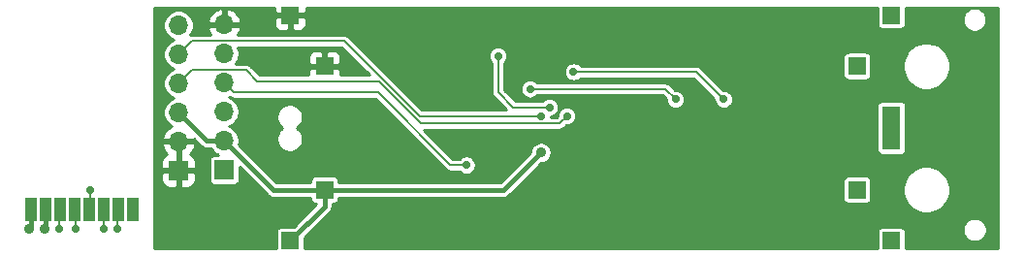
<source format=gbr>
G04 #@! TF.GenerationSoftware,KiCad,Pcbnew,5.1.5+dfsg1-2build2*
G04 #@! TF.CreationDate,2021-03-15T11:47:18+01:00*
G04 #@! TF.ProjectId,soil-moisture-sensor,736f696c-2d6d-46f6-9973-747572652d73,1.0*
G04 #@! TF.SameCoordinates,Original*
G04 #@! TF.FileFunction,Copper,L1,Top*
G04 #@! TF.FilePolarity,Positive*
%FSLAX46Y46*%
G04 Gerber Fmt 4.6, Leading zero omitted, Abs format (unit mm)*
G04 Created by KiCad (PCBNEW 5.1.5+dfsg1-2build2) date 2021-03-15 11:47:18*
%MOMM*%
%LPD*%
G04 APERTURE LIST*
%ADD10R,1.524000X1.524000*%
%ADD11R,1.600000X1.900000*%
%ADD12R,1.000000X2.000000*%
%ADD13O,1.700000X1.700000*%
%ADD14R,1.700000X1.700000*%
%ADD15C,0.900000*%
%ADD16C,0.700000*%
%ADD17C,0.400000*%
%ADD18C,0.150000*%
%ADD19C,0.254000*%
G04 APERTURE END LIST*
D10*
X139550000Y-108800000D03*
D11*
X142550000Y-113250000D03*
D10*
X93050000Y-108800000D03*
X142550000Y-104350000D03*
X90050000Y-104350000D03*
D11*
X142550000Y-115150000D03*
D10*
X90050000Y-124050000D03*
X93050000Y-119600000D03*
X142550000Y-124050000D03*
X139550000Y-119600000D03*
D12*
X76290000Y-121300000D03*
X75020000Y-121300000D03*
X73750000Y-121300000D03*
X72480000Y-121300000D03*
X71210000Y-121300000D03*
X69940000Y-121300000D03*
X68670000Y-121300000D03*
X67400000Y-121300000D03*
D13*
X84300000Y-105180000D03*
X84300000Y-107720000D03*
X84300000Y-110260000D03*
X84300000Y-112800000D03*
X84300000Y-115340000D03*
D14*
X84300000Y-117880000D03*
D13*
X80300000Y-105230000D03*
X80300000Y-107770000D03*
X80300000Y-110310000D03*
X80300000Y-112850000D03*
X80300000Y-115390000D03*
D14*
X80300000Y-117930000D03*
D15*
X119900000Y-112500000D03*
X100800000Y-109900000D03*
X100000000Y-104800000D03*
X93900000Y-105000000D03*
X89800000Y-108800000D03*
X87900000Y-115800000D03*
X107600000Y-122500000D03*
X81100000Y-121800000D03*
X88600000Y-120600000D03*
X95900000Y-116100000D03*
X68600000Y-123000000D03*
X119000000Y-117600000D03*
X120000000Y-122900000D03*
X128100000Y-122800000D03*
X132100000Y-119300000D03*
X134700000Y-123000000D03*
X139100000Y-122800000D03*
X130300000Y-115600000D03*
X138400000Y-112100000D03*
X131600000Y-110200000D03*
X138200000Y-105600000D03*
X130900000Y-105200000D03*
X120400000Y-104400000D03*
X113700000Y-105700000D03*
X109700000Y-105400000D03*
X109600000Y-115600000D03*
X113200000Y-115200000D03*
X124000000Y-122000000D03*
D16*
X111000000Y-110800000D03*
X123700000Y-111700000D03*
X75000000Y-123000000D03*
X72630000Y-119610000D03*
X73800000Y-123000000D03*
X105435787Y-117435787D03*
X108200000Y-107900000D03*
X112700000Y-112400000D03*
X69900000Y-123000000D03*
X71300000Y-123000000D03*
X114210000Y-113150000D03*
X111950000Y-113190000D03*
D15*
X67300000Y-123000000D03*
X111951472Y-116348528D03*
D16*
X114800000Y-109300000D03*
X127900000Y-111700000D03*
D17*
X68670000Y-122930000D02*
X68600000Y-123000000D01*
X68670000Y-121300000D02*
X68670000Y-122930000D01*
D18*
X122800000Y-110800000D02*
X123700000Y-111700000D01*
X111000000Y-110800000D02*
X122800000Y-110800000D01*
X75020000Y-122980000D02*
X75000000Y-123000000D01*
X75000000Y-121320000D02*
X75020000Y-121300000D01*
X75000000Y-123000000D02*
X75000000Y-121320000D01*
X72630000Y-121150000D02*
X72480000Y-121300000D01*
X72630000Y-119610000D02*
X72630000Y-121150000D01*
X73750000Y-122950000D02*
X73800000Y-123000000D01*
X73800000Y-121350000D02*
X73750000Y-121300000D01*
X73800000Y-123000000D02*
X73800000Y-121350000D01*
X105435787Y-117435787D02*
X104045787Y-117435787D01*
X85149999Y-111109999D02*
X84300000Y-110260000D01*
X97719999Y-111109999D02*
X85149999Y-111109999D01*
X104045787Y-117435787D02*
X97719999Y-111109999D01*
X112700000Y-112400000D02*
X109500000Y-112400000D01*
X108200000Y-111100000D02*
X108200000Y-107900000D01*
X109500000Y-112400000D02*
X108200000Y-111100000D01*
X69940000Y-122960000D02*
X69900000Y-123000000D01*
X69900000Y-121340000D02*
X69940000Y-121300000D01*
X69900000Y-123000000D02*
X69900000Y-121340000D01*
X71210000Y-122910000D02*
X71300000Y-123000000D01*
X71300000Y-121390000D02*
X71210000Y-121300000D01*
X71300000Y-123000000D02*
X71300000Y-121390000D01*
X113544999Y-113815001D02*
X101480013Y-113815001D01*
X114210000Y-113150000D02*
X113544999Y-113815001D01*
X101480013Y-113815001D02*
X97785012Y-110120000D01*
X97785012Y-110120000D02*
X87180000Y-110120000D01*
X81475001Y-109134999D02*
X80300000Y-110310000D01*
X86194999Y-109134999D02*
X81475001Y-109134999D01*
X87180000Y-110120000D02*
X86194999Y-109134999D01*
X81475001Y-106594999D02*
X80300000Y-107770000D01*
X94754999Y-106594999D02*
X81475001Y-106594999D01*
X101350000Y-113190000D02*
X94754999Y-106594999D01*
X111950000Y-113190000D02*
X101350000Y-113190000D01*
D17*
X108700000Y-119600000D02*
X111951472Y-116348528D01*
X93050000Y-119600000D02*
X108700000Y-119600000D01*
X93050000Y-121050000D02*
X90050000Y-124050000D01*
X93050000Y-119600000D02*
X93050000Y-121050000D01*
X67400000Y-122900000D02*
X67300000Y-123000000D01*
X67400000Y-121300000D02*
X67400000Y-122900000D01*
X88560000Y-119600000D02*
X84300000Y-115340000D01*
X93050000Y-119600000D02*
X88560000Y-119600000D01*
X82790000Y-115340000D02*
X80300000Y-112850000D01*
X84300000Y-115340000D02*
X82790000Y-115340000D01*
D18*
X125500000Y-109300000D02*
X127900000Y-111700000D01*
X114800000Y-109300000D02*
X125500000Y-109300000D01*
D19*
G36*
X88653000Y-104064250D02*
G01*
X88811750Y-104223000D01*
X89923000Y-104223000D01*
X89923000Y-104203000D01*
X90177000Y-104203000D01*
X90177000Y-104223000D01*
X91288250Y-104223000D01*
X91447000Y-104064250D01*
X91449498Y-103676999D01*
X141308693Y-103677000D01*
X141308693Y-105112000D01*
X141317903Y-105205508D01*
X141345178Y-105295423D01*
X141389471Y-105378289D01*
X141449079Y-105450921D01*
X141521711Y-105510529D01*
X141604577Y-105554822D01*
X141694492Y-105582097D01*
X141788000Y-105591307D01*
X143312000Y-105591307D01*
X143405508Y-105582097D01*
X143495423Y-105554822D01*
X143578289Y-105510529D01*
X143650921Y-105450921D01*
X143710529Y-105378289D01*
X143754822Y-105295423D01*
X143782097Y-105205508D01*
X143791307Y-105112000D01*
X143791307Y-104656289D01*
X148757000Y-104656289D01*
X148757000Y-104863711D01*
X148797466Y-105067149D01*
X148876844Y-105258783D01*
X148992082Y-105431248D01*
X149138752Y-105577918D01*
X149311217Y-105693156D01*
X149502851Y-105772534D01*
X149706289Y-105813000D01*
X149913711Y-105813000D01*
X150117149Y-105772534D01*
X150308783Y-105693156D01*
X150481248Y-105577918D01*
X150627918Y-105431248D01*
X150743156Y-105258783D01*
X150822534Y-105067149D01*
X150863000Y-104863711D01*
X150863000Y-104656289D01*
X150822534Y-104452851D01*
X150743156Y-104261217D01*
X150627918Y-104088752D01*
X150481248Y-103942082D01*
X150308783Y-103826844D01*
X150117149Y-103747466D01*
X149913711Y-103707000D01*
X149706289Y-103707000D01*
X149502851Y-103747466D01*
X149311217Y-103826844D01*
X149138752Y-103942082D01*
X148992082Y-104088752D01*
X148876844Y-104261217D01*
X148797466Y-104452851D01*
X148757000Y-104656289D01*
X143791307Y-104656289D01*
X143791307Y-103677000D01*
X151873000Y-103677000D01*
X151873000Y-124723000D01*
X143791307Y-124723000D01*
X143791307Y-123288000D01*
X143782097Y-123194492D01*
X143754822Y-123104577D01*
X143710529Y-123021711D01*
X143689666Y-122996289D01*
X148787000Y-122996289D01*
X148787000Y-123203711D01*
X148827466Y-123407149D01*
X148906844Y-123598783D01*
X149022082Y-123771248D01*
X149168752Y-123917918D01*
X149341217Y-124033156D01*
X149532851Y-124112534D01*
X149736289Y-124153000D01*
X149943711Y-124153000D01*
X150147149Y-124112534D01*
X150338783Y-124033156D01*
X150511248Y-123917918D01*
X150657918Y-123771248D01*
X150773156Y-123598783D01*
X150852534Y-123407149D01*
X150893000Y-123203711D01*
X150893000Y-122996289D01*
X150852534Y-122792851D01*
X150773156Y-122601217D01*
X150657918Y-122428752D01*
X150511248Y-122282082D01*
X150338783Y-122166844D01*
X150147149Y-122087466D01*
X149943711Y-122047000D01*
X149736289Y-122047000D01*
X149532851Y-122087466D01*
X149341217Y-122166844D01*
X149168752Y-122282082D01*
X149022082Y-122428752D01*
X148906844Y-122601217D01*
X148827466Y-122792851D01*
X148787000Y-122996289D01*
X143689666Y-122996289D01*
X143650921Y-122949079D01*
X143578289Y-122889471D01*
X143495423Y-122845178D01*
X143405508Y-122817903D01*
X143312000Y-122808693D01*
X141788000Y-122808693D01*
X141694492Y-122817903D01*
X141604577Y-122845178D01*
X141521711Y-122889471D01*
X141449079Y-122949079D01*
X141389471Y-123021711D01*
X141345178Y-123104577D01*
X141317903Y-123194492D01*
X141308693Y-123288000D01*
X141308693Y-124723000D01*
X91291307Y-124723000D01*
X91291307Y-123766115D01*
X93505201Y-121552222D01*
X93531027Y-121531027D01*
X93557960Y-121498210D01*
X93615628Y-121427941D01*
X93678492Y-121310330D01*
X93717204Y-121182715D01*
X93730275Y-121050000D01*
X93727000Y-121016748D01*
X93727000Y-120841307D01*
X93812000Y-120841307D01*
X93905508Y-120832097D01*
X93995423Y-120804822D01*
X94078289Y-120760529D01*
X94150921Y-120700921D01*
X94210529Y-120628289D01*
X94254822Y-120545423D01*
X94282097Y-120455508D01*
X94291307Y-120362000D01*
X94291307Y-120277000D01*
X108666755Y-120277000D01*
X108700000Y-120280274D01*
X108733245Y-120277000D01*
X108733252Y-120277000D01*
X108832715Y-120267204D01*
X108960330Y-120228492D01*
X109077941Y-120165628D01*
X109181027Y-120081027D01*
X109202226Y-120055196D01*
X110419422Y-118838000D01*
X138308693Y-118838000D01*
X138308693Y-120362000D01*
X138317903Y-120455508D01*
X138345178Y-120545423D01*
X138389471Y-120628289D01*
X138449079Y-120700921D01*
X138521711Y-120760529D01*
X138604577Y-120804822D01*
X138694492Y-120832097D01*
X138788000Y-120841307D01*
X140312000Y-120841307D01*
X140405508Y-120832097D01*
X140495423Y-120804822D01*
X140578289Y-120760529D01*
X140650921Y-120700921D01*
X140710529Y-120628289D01*
X140754822Y-120545423D01*
X140782097Y-120455508D01*
X140791307Y-120362000D01*
X140791307Y-119395433D01*
X143523000Y-119395433D01*
X143523000Y-119804567D01*
X143602818Y-120205839D01*
X143759386Y-120583829D01*
X143986689Y-120924011D01*
X144275989Y-121213311D01*
X144616171Y-121440614D01*
X144994161Y-121597182D01*
X145395433Y-121677000D01*
X145804567Y-121677000D01*
X146205839Y-121597182D01*
X146583829Y-121440614D01*
X146924011Y-121213311D01*
X147213311Y-120924011D01*
X147440614Y-120583829D01*
X147597182Y-120205839D01*
X147677000Y-119804567D01*
X147677000Y-119395433D01*
X147597182Y-118994161D01*
X147440614Y-118616171D01*
X147213311Y-118275989D01*
X146924011Y-117986689D01*
X146583829Y-117759386D01*
X146205839Y-117602818D01*
X145804567Y-117523000D01*
X145395433Y-117523000D01*
X144994161Y-117602818D01*
X144616171Y-117759386D01*
X144275989Y-117986689D01*
X143986689Y-118275989D01*
X143759386Y-118616171D01*
X143602818Y-118994161D01*
X143523000Y-119395433D01*
X140791307Y-119395433D01*
X140791307Y-118838000D01*
X140782097Y-118744492D01*
X140754822Y-118654577D01*
X140710529Y-118571711D01*
X140650921Y-118499079D01*
X140578289Y-118439471D01*
X140495423Y-118395178D01*
X140405508Y-118367903D01*
X140312000Y-118358693D01*
X138788000Y-118358693D01*
X138694492Y-118367903D01*
X138604577Y-118395178D01*
X138521711Y-118439471D01*
X138449079Y-118499079D01*
X138389471Y-118571711D01*
X138345178Y-118654577D01*
X138317903Y-118744492D01*
X138308693Y-118838000D01*
X110419422Y-118838000D01*
X111981895Y-117275528D01*
X112042773Y-117275528D01*
X112221868Y-117239904D01*
X112390571Y-117170024D01*
X112542400Y-117068576D01*
X112671520Y-116939456D01*
X112772968Y-116787627D01*
X112842848Y-116618924D01*
X112878472Y-116439829D01*
X112878472Y-116257227D01*
X112842848Y-116078132D01*
X112772968Y-115909429D01*
X112671520Y-115757600D01*
X112542400Y-115628480D01*
X112390571Y-115527032D01*
X112221868Y-115457152D01*
X112042773Y-115421528D01*
X111860171Y-115421528D01*
X111681076Y-115457152D01*
X111512373Y-115527032D01*
X111360544Y-115628480D01*
X111231424Y-115757600D01*
X111129976Y-115909429D01*
X111060096Y-116078132D01*
X111024472Y-116257227D01*
X111024472Y-116318105D01*
X108419578Y-118923000D01*
X94291307Y-118923000D01*
X94291307Y-118838000D01*
X94282097Y-118744492D01*
X94254822Y-118654577D01*
X94210529Y-118571711D01*
X94150921Y-118499079D01*
X94078289Y-118439471D01*
X93995423Y-118395178D01*
X93905508Y-118367903D01*
X93812000Y-118358693D01*
X92288000Y-118358693D01*
X92194492Y-118367903D01*
X92104577Y-118395178D01*
X92021711Y-118439471D01*
X91949079Y-118499079D01*
X91889471Y-118571711D01*
X91845178Y-118654577D01*
X91817903Y-118744492D01*
X91808693Y-118838000D01*
X91808693Y-118923000D01*
X88840423Y-118923000D01*
X85587367Y-115669945D01*
X85627000Y-115470698D01*
X85627000Y-115209302D01*
X85576004Y-114952928D01*
X85475972Y-114711430D01*
X85330748Y-114494087D01*
X85145913Y-114309252D01*
X84928570Y-114164028D01*
X84701567Y-114070000D01*
X84928570Y-113975972D01*
X85145913Y-113830748D01*
X85330748Y-113645913D01*
X85475972Y-113428570D01*
X85576004Y-113187072D01*
X85586055Y-113136538D01*
X88858000Y-113136538D01*
X88858000Y-113363462D01*
X88902271Y-113586026D01*
X88989111Y-113795677D01*
X89115183Y-113984357D01*
X89275643Y-114144817D01*
X89358230Y-114200000D01*
X89275643Y-114255183D01*
X89115183Y-114415643D01*
X88989111Y-114604323D01*
X88902271Y-114813974D01*
X88858000Y-115036538D01*
X88858000Y-115263462D01*
X88902271Y-115486026D01*
X88989111Y-115695677D01*
X89115183Y-115884357D01*
X89275643Y-116044817D01*
X89464323Y-116170889D01*
X89673974Y-116257729D01*
X89896538Y-116302000D01*
X90123462Y-116302000D01*
X90346026Y-116257729D01*
X90555677Y-116170889D01*
X90744357Y-116044817D01*
X90904817Y-115884357D01*
X91030889Y-115695677D01*
X91117729Y-115486026D01*
X91162000Y-115263462D01*
X91162000Y-115036538D01*
X91117729Y-114813974D01*
X91030889Y-114604323D01*
X90904817Y-114415643D01*
X90744357Y-114255183D01*
X90661770Y-114200000D01*
X90744357Y-114144817D01*
X90904817Y-113984357D01*
X91030889Y-113795677D01*
X91117729Y-113586026D01*
X91162000Y-113363462D01*
X91162000Y-113136538D01*
X91117729Y-112913974D01*
X91030889Y-112704323D01*
X90904817Y-112515643D01*
X90744357Y-112355183D01*
X90555677Y-112229111D01*
X90346026Y-112142271D01*
X90123462Y-112098000D01*
X89896538Y-112098000D01*
X89673974Y-112142271D01*
X89464323Y-112229111D01*
X89275643Y-112355183D01*
X89115183Y-112515643D01*
X88989111Y-112704323D01*
X88902271Y-112913974D01*
X88858000Y-113136538D01*
X85586055Y-113136538D01*
X85627000Y-112930698D01*
X85627000Y-112669302D01*
X85576004Y-112412928D01*
X85475972Y-112171430D01*
X85330748Y-111954087D01*
X85145913Y-111769252D01*
X84928570Y-111624028D01*
X84701567Y-111530000D01*
X84761434Y-111505202D01*
X84841841Y-111571190D01*
X84937736Y-111622447D01*
X85041788Y-111654011D01*
X85122890Y-111661999D01*
X85122892Y-111661999D01*
X85149998Y-111664669D01*
X85177104Y-111661999D01*
X97491355Y-111661999D01*
X103636295Y-117806941D01*
X103653576Y-117827998D01*
X103737629Y-117896978D01*
X103833524Y-117948235D01*
X103937576Y-117979799D01*
X104018678Y-117987787D01*
X104018688Y-117987787D01*
X104045786Y-117990456D01*
X104072884Y-117987787D01*
X104818234Y-117987787D01*
X104908606Y-118078159D01*
X105044056Y-118168664D01*
X105194560Y-118231005D01*
X105354335Y-118262787D01*
X105517239Y-118262787D01*
X105677014Y-118231005D01*
X105827518Y-118168664D01*
X105962968Y-118078159D01*
X106078159Y-117962968D01*
X106168664Y-117827518D01*
X106231005Y-117677014D01*
X106262787Y-117517239D01*
X106262787Y-117354335D01*
X106231005Y-117194560D01*
X106168664Y-117044056D01*
X106078159Y-116908606D01*
X105962968Y-116793415D01*
X105827518Y-116702910D01*
X105677014Y-116640569D01*
X105517239Y-116608787D01*
X105354335Y-116608787D01*
X105194560Y-116640569D01*
X105044056Y-116702910D01*
X104908606Y-116793415D01*
X104818234Y-116883787D01*
X104274433Y-116883787D01*
X101757646Y-114367001D01*
X113517893Y-114367001D01*
X113544999Y-114369671D01*
X113572105Y-114367001D01*
X113572108Y-114367001D01*
X113653210Y-114359013D01*
X113757262Y-114327449D01*
X113853157Y-114276192D01*
X113937210Y-114207212D01*
X113954499Y-114186145D01*
X114163645Y-113977000D01*
X114291452Y-113977000D01*
X114451227Y-113945218D01*
X114601731Y-113882877D01*
X114737181Y-113792372D01*
X114852372Y-113677181D01*
X114942877Y-113541731D01*
X115005218Y-113391227D01*
X115037000Y-113231452D01*
X115037000Y-113068548D01*
X115005218Y-112908773D01*
X114942877Y-112758269D01*
X114852372Y-112622819D01*
X114737181Y-112507628D01*
X114601731Y-112417123D01*
X114451227Y-112354782D01*
X114291452Y-112323000D01*
X114128548Y-112323000D01*
X113968773Y-112354782D01*
X113818269Y-112417123D01*
X113682819Y-112507628D01*
X113567628Y-112622819D01*
X113477123Y-112758269D01*
X113414782Y-112908773D01*
X113383000Y-113068548D01*
X113383000Y-113196355D01*
X113316354Y-113263001D01*
X112777000Y-113263001D01*
X112777000Y-113227000D01*
X112781452Y-113227000D01*
X112941227Y-113195218D01*
X113091731Y-113132877D01*
X113227181Y-113042372D01*
X113342372Y-112927181D01*
X113432877Y-112791731D01*
X113495218Y-112641227D01*
X113527000Y-112481452D01*
X113527000Y-112318548D01*
X113495218Y-112158773D01*
X113432877Y-112008269D01*
X113342372Y-111872819D01*
X113227181Y-111757628D01*
X113091731Y-111667123D01*
X112941227Y-111604782D01*
X112781452Y-111573000D01*
X112618548Y-111573000D01*
X112458773Y-111604782D01*
X112308269Y-111667123D01*
X112172819Y-111757628D01*
X112082447Y-111848000D01*
X109728646Y-111848000D01*
X108752000Y-110871356D01*
X108752000Y-110718548D01*
X110173000Y-110718548D01*
X110173000Y-110881452D01*
X110204782Y-111041227D01*
X110267123Y-111191731D01*
X110357628Y-111327181D01*
X110472819Y-111442372D01*
X110608269Y-111532877D01*
X110758773Y-111595218D01*
X110918548Y-111627000D01*
X111081452Y-111627000D01*
X111241227Y-111595218D01*
X111391731Y-111532877D01*
X111527181Y-111442372D01*
X111617553Y-111352000D01*
X122571356Y-111352000D01*
X122873000Y-111653645D01*
X122873000Y-111781452D01*
X122904782Y-111941227D01*
X122967123Y-112091731D01*
X123057628Y-112227181D01*
X123172819Y-112342372D01*
X123308269Y-112432877D01*
X123458773Y-112495218D01*
X123618548Y-112527000D01*
X123781452Y-112527000D01*
X123941227Y-112495218D01*
X124091731Y-112432877D01*
X124227181Y-112342372D01*
X124342372Y-112227181D01*
X124432877Y-112091731D01*
X124495218Y-111941227D01*
X124527000Y-111781452D01*
X124527000Y-111618548D01*
X124495218Y-111458773D01*
X124432877Y-111308269D01*
X124342372Y-111172819D01*
X124227181Y-111057628D01*
X124091731Y-110967123D01*
X123941227Y-110904782D01*
X123781452Y-110873000D01*
X123653645Y-110873000D01*
X123209500Y-110428856D01*
X123192211Y-110407789D01*
X123108158Y-110338809D01*
X123012263Y-110287552D01*
X122908211Y-110255988D01*
X122827109Y-110248000D01*
X122827106Y-110248000D01*
X122800000Y-110245330D01*
X122772894Y-110248000D01*
X111617553Y-110248000D01*
X111527181Y-110157628D01*
X111391731Y-110067123D01*
X111241227Y-110004782D01*
X111081452Y-109973000D01*
X110918548Y-109973000D01*
X110758773Y-110004782D01*
X110608269Y-110067123D01*
X110472819Y-110157628D01*
X110357628Y-110272819D01*
X110267123Y-110408269D01*
X110204782Y-110558773D01*
X110173000Y-110718548D01*
X108752000Y-110718548D01*
X108752000Y-109218548D01*
X113973000Y-109218548D01*
X113973000Y-109381452D01*
X114004782Y-109541227D01*
X114067123Y-109691731D01*
X114157628Y-109827181D01*
X114272819Y-109942372D01*
X114408269Y-110032877D01*
X114558773Y-110095218D01*
X114718548Y-110127000D01*
X114881452Y-110127000D01*
X115041227Y-110095218D01*
X115191731Y-110032877D01*
X115327181Y-109942372D01*
X115417553Y-109852000D01*
X125271356Y-109852000D01*
X127073000Y-111653646D01*
X127073000Y-111781452D01*
X127104782Y-111941227D01*
X127167123Y-112091731D01*
X127257628Y-112227181D01*
X127372819Y-112342372D01*
X127508269Y-112432877D01*
X127658773Y-112495218D01*
X127818548Y-112527000D01*
X127981452Y-112527000D01*
X128141227Y-112495218D01*
X128291731Y-112432877D01*
X128427181Y-112342372D01*
X128469553Y-112300000D01*
X141270693Y-112300000D01*
X141270693Y-116100000D01*
X141279903Y-116193508D01*
X141307178Y-116283423D01*
X141351471Y-116366289D01*
X141411079Y-116438921D01*
X141483711Y-116498529D01*
X141566577Y-116542822D01*
X141656492Y-116570097D01*
X141750000Y-116579307D01*
X143350000Y-116579307D01*
X143443508Y-116570097D01*
X143533423Y-116542822D01*
X143616289Y-116498529D01*
X143688921Y-116438921D01*
X143748529Y-116366289D01*
X143792822Y-116283423D01*
X143820097Y-116193508D01*
X143829307Y-116100000D01*
X143829307Y-112300000D01*
X143820097Y-112206492D01*
X143792822Y-112116577D01*
X143748529Y-112033711D01*
X143688921Y-111961079D01*
X143616289Y-111901471D01*
X143533423Y-111857178D01*
X143443508Y-111829903D01*
X143350000Y-111820693D01*
X141750000Y-111820693D01*
X141656492Y-111829903D01*
X141566577Y-111857178D01*
X141483711Y-111901471D01*
X141411079Y-111961079D01*
X141351471Y-112033711D01*
X141307178Y-112116577D01*
X141279903Y-112206492D01*
X141270693Y-112300000D01*
X128469553Y-112300000D01*
X128542372Y-112227181D01*
X128632877Y-112091731D01*
X128695218Y-111941227D01*
X128727000Y-111781452D01*
X128727000Y-111618548D01*
X128695218Y-111458773D01*
X128632877Y-111308269D01*
X128542372Y-111172819D01*
X128427181Y-111057628D01*
X128291731Y-110967123D01*
X128141227Y-110904782D01*
X127981452Y-110873000D01*
X127853646Y-110873000D01*
X125909500Y-108928856D01*
X125892211Y-108907789D01*
X125808158Y-108838809D01*
X125712263Y-108787552D01*
X125608211Y-108755988D01*
X125527109Y-108748000D01*
X125527106Y-108748000D01*
X125500000Y-108745330D01*
X125472894Y-108748000D01*
X115417553Y-108748000D01*
X115327181Y-108657628D01*
X115191731Y-108567123D01*
X115041227Y-108504782D01*
X114881452Y-108473000D01*
X114718548Y-108473000D01*
X114558773Y-108504782D01*
X114408269Y-108567123D01*
X114272819Y-108657628D01*
X114157628Y-108772819D01*
X114067123Y-108908269D01*
X114004782Y-109058773D01*
X113973000Y-109218548D01*
X108752000Y-109218548D01*
X108752000Y-108517553D01*
X108842372Y-108427181D01*
X108932877Y-108291731D01*
X108995218Y-108141227D01*
X109015751Y-108038000D01*
X138308693Y-108038000D01*
X138308693Y-109562000D01*
X138317903Y-109655508D01*
X138345178Y-109745423D01*
X138389471Y-109828289D01*
X138449079Y-109900921D01*
X138521711Y-109960529D01*
X138604577Y-110004822D01*
X138694492Y-110032097D01*
X138788000Y-110041307D01*
X140312000Y-110041307D01*
X140405508Y-110032097D01*
X140495423Y-110004822D01*
X140578289Y-109960529D01*
X140650921Y-109900921D01*
X140710529Y-109828289D01*
X140754822Y-109745423D01*
X140782097Y-109655508D01*
X140791307Y-109562000D01*
X140791307Y-108595433D01*
X143523000Y-108595433D01*
X143523000Y-109004567D01*
X143602818Y-109405839D01*
X143759386Y-109783829D01*
X143986689Y-110124011D01*
X144275989Y-110413311D01*
X144616171Y-110640614D01*
X144994161Y-110797182D01*
X145395433Y-110877000D01*
X145804567Y-110877000D01*
X146205839Y-110797182D01*
X146583829Y-110640614D01*
X146924011Y-110413311D01*
X147213311Y-110124011D01*
X147440614Y-109783829D01*
X147597182Y-109405839D01*
X147677000Y-109004567D01*
X147677000Y-108595433D01*
X147597182Y-108194161D01*
X147440614Y-107816171D01*
X147213311Y-107475989D01*
X146924011Y-107186689D01*
X146583829Y-106959386D01*
X146205839Y-106802818D01*
X145804567Y-106723000D01*
X145395433Y-106723000D01*
X144994161Y-106802818D01*
X144616171Y-106959386D01*
X144275989Y-107186689D01*
X143986689Y-107475989D01*
X143759386Y-107816171D01*
X143602818Y-108194161D01*
X143523000Y-108595433D01*
X140791307Y-108595433D01*
X140791307Y-108038000D01*
X140782097Y-107944492D01*
X140754822Y-107854577D01*
X140710529Y-107771711D01*
X140650921Y-107699079D01*
X140578289Y-107639471D01*
X140495423Y-107595178D01*
X140405508Y-107567903D01*
X140312000Y-107558693D01*
X138788000Y-107558693D01*
X138694492Y-107567903D01*
X138604577Y-107595178D01*
X138521711Y-107639471D01*
X138449079Y-107699079D01*
X138389471Y-107771711D01*
X138345178Y-107854577D01*
X138317903Y-107944492D01*
X138308693Y-108038000D01*
X109015751Y-108038000D01*
X109027000Y-107981452D01*
X109027000Y-107818548D01*
X108995218Y-107658773D01*
X108932877Y-107508269D01*
X108842372Y-107372819D01*
X108727181Y-107257628D01*
X108591731Y-107167123D01*
X108441227Y-107104782D01*
X108281452Y-107073000D01*
X108118548Y-107073000D01*
X107958773Y-107104782D01*
X107808269Y-107167123D01*
X107672819Y-107257628D01*
X107557628Y-107372819D01*
X107467123Y-107508269D01*
X107404782Y-107658773D01*
X107373000Y-107818548D01*
X107373000Y-107981452D01*
X107404782Y-108141227D01*
X107467123Y-108291731D01*
X107557628Y-108427181D01*
X107648001Y-108517554D01*
X107648000Y-111072894D01*
X107645330Y-111100000D01*
X107648000Y-111127106D01*
X107648000Y-111127108D01*
X107655988Y-111208210D01*
X107687552Y-111312262D01*
X107738809Y-111408158D01*
X107807789Y-111492211D01*
X107828856Y-111509500D01*
X108957354Y-112638000D01*
X101578646Y-112638000D01*
X95164500Y-106223856D01*
X95147210Y-106202788D01*
X95063157Y-106133808D01*
X94967262Y-106082551D01*
X94863210Y-106050987D01*
X94782108Y-106042999D01*
X94782105Y-106042999D01*
X94754999Y-106040329D01*
X94727893Y-106042999D01*
X85499977Y-106042999D01*
X85571641Y-105946920D01*
X85696825Y-105684099D01*
X85741476Y-105536890D01*
X85620155Y-105307000D01*
X84427000Y-105307000D01*
X84427000Y-105327000D01*
X84173000Y-105327000D01*
X84173000Y-105307000D01*
X82979845Y-105307000D01*
X82858524Y-105536890D01*
X82903175Y-105684099D01*
X83028359Y-105946920D01*
X83100023Y-106042999D01*
X81502098Y-106042999D01*
X81475000Y-106040330D01*
X81447902Y-106042999D01*
X81447892Y-106042999D01*
X81366790Y-106050987D01*
X81342474Y-106058363D01*
X81475972Y-105858570D01*
X81576004Y-105617072D01*
X81627000Y-105360698D01*
X81627000Y-105112000D01*
X88649928Y-105112000D01*
X88662188Y-105236482D01*
X88698498Y-105356180D01*
X88757463Y-105466494D01*
X88836815Y-105563185D01*
X88933506Y-105642537D01*
X89043820Y-105701502D01*
X89163518Y-105737812D01*
X89288000Y-105750072D01*
X89764250Y-105747000D01*
X89923000Y-105588250D01*
X89923000Y-104477000D01*
X90177000Y-104477000D01*
X90177000Y-105588250D01*
X90335750Y-105747000D01*
X90812000Y-105750072D01*
X90936482Y-105737812D01*
X91056180Y-105701502D01*
X91166494Y-105642537D01*
X91263185Y-105563185D01*
X91342537Y-105466494D01*
X91401502Y-105356180D01*
X91437812Y-105236482D01*
X91450072Y-105112000D01*
X91447000Y-104635750D01*
X91288250Y-104477000D01*
X90177000Y-104477000D01*
X89923000Y-104477000D01*
X88811750Y-104477000D01*
X88653000Y-104635750D01*
X88649928Y-105112000D01*
X81627000Y-105112000D01*
X81627000Y-105099302D01*
X81576004Y-104842928D01*
X81567796Y-104823110D01*
X82858524Y-104823110D01*
X82979845Y-105053000D01*
X84173000Y-105053000D01*
X84173000Y-103859186D01*
X84427000Y-103859186D01*
X84427000Y-105053000D01*
X85620155Y-105053000D01*
X85741476Y-104823110D01*
X85696825Y-104675901D01*
X85571641Y-104413080D01*
X85397588Y-104179731D01*
X85181355Y-103984822D01*
X84931252Y-103835843D01*
X84656891Y-103738519D01*
X84427000Y-103859186D01*
X84173000Y-103859186D01*
X83943109Y-103738519D01*
X83668748Y-103835843D01*
X83418645Y-103984822D01*
X83202412Y-104179731D01*
X83028359Y-104413080D01*
X82903175Y-104675901D01*
X82858524Y-104823110D01*
X81567796Y-104823110D01*
X81475972Y-104601430D01*
X81330748Y-104384087D01*
X81145913Y-104199252D01*
X80928570Y-104054028D01*
X80687072Y-103953996D01*
X80430698Y-103903000D01*
X80169302Y-103903000D01*
X79912928Y-103953996D01*
X79671430Y-104054028D01*
X79454087Y-104199252D01*
X79269252Y-104384087D01*
X79124028Y-104601430D01*
X79023996Y-104842928D01*
X78973000Y-105099302D01*
X78973000Y-105360698D01*
X79023996Y-105617072D01*
X79124028Y-105858570D01*
X79269252Y-106075913D01*
X79454087Y-106260748D01*
X79671430Y-106405972D01*
X79898433Y-106500000D01*
X79671430Y-106594028D01*
X79454087Y-106739252D01*
X79269252Y-106924087D01*
X79124028Y-107141430D01*
X79023996Y-107382928D01*
X78973000Y-107639302D01*
X78973000Y-107900698D01*
X79023996Y-108157072D01*
X79124028Y-108398570D01*
X79269252Y-108615913D01*
X79454087Y-108800748D01*
X79671430Y-108945972D01*
X79898433Y-109040000D01*
X79671430Y-109134028D01*
X79454087Y-109279252D01*
X79269252Y-109464087D01*
X79124028Y-109681430D01*
X79023996Y-109922928D01*
X78973000Y-110179302D01*
X78973000Y-110440698D01*
X79023996Y-110697072D01*
X79124028Y-110938570D01*
X79269252Y-111155913D01*
X79454087Y-111340748D01*
X79671430Y-111485972D01*
X79898433Y-111580000D01*
X79671430Y-111674028D01*
X79454087Y-111819252D01*
X79269252Y-112004087D01*
X79124028Y-112221430D01*
X79023996Y-112462928D01*
X78973000Y-112719302D01*
X78973000Y-112980698D01*
X79023996Y-113237072D01*
X79124028Y-113478570D01*
X79269252Y-113695913D01*
X79454087Y-113880748D01*
X79671430Y-114025972D01*
X79696035Y-114036164D01*
X79668748Y-114045843D01*
X79418645Y-114194822D01*
X79202412Y-114389731D01*
X79028359Y-114623080D01*
X78903175Y-114885901D01*
X78858524Y-115033110D01*
X78979845Y-115263000D01*
X80173000Y-115263000D01*
X80173000Y-115243000D01*
X80427000Y-115243000D01*
X80427000Y-115263000D01*
X81620155Y-115263000D01*
X81666935Y-115174357D01*
X82287778Y-115795201D01*
X82308973Y-115821027D01*
X82334799Y-115842222D01*
X82334801Y-115842224D01*
X82412059Y-115905628D01*
X82529670Y-115968492D01*
X82657285Y-116007204D01*
X82790000Y-116020275D01*
X82823252Y-116017000D01*
X83156388Y-116017000D01*
X83269252Y-116185913D01*
X83454087Y-116370748D01*
X83671430Y-116515972D01*
X83755254Y-116550693D01*
X83450000Y-116550693D01*
X83356492Y-116559903D01*
X83266577Y-116587178D01*
X83183711Y-116631471D01*
X83111079Y-116691079D01*
X83051471Y-116763711D01*
X83007178Y-116846577D01*
X82979903Y-116936492D01*
X82970693Y-117030000D01*
X82970693Y-118730000D01*
X82979903Y-118823508D01*
X83007178Y-118913423D01*
X83051471Y-118996289D01*
X83111079Y-119068921D01*
X83183711Y-119128529D01*
X83266577Y-119172822D01*
X83356492Y-119200097D01*
X83450000Y-119209307D01*
X85150000Y-119209307D01*
X85243508Y-119200097D01*
X85333423Y-119172822D01*
X85416289Y-119128529D01*
X85488921Y-119068921D01*
X85548529Y-118996289D01*
X85592822Y-118913423D01*
X85620097Y-118823508D01*
X85629307Y-118730000D01*
X85629307Y-117626729D01*
X88057778Y-120055201D01*
X88078973Y-120081027D01*
X88104799Y-120102222D01*
X88104801Y-120102224D01*
X88182059Y-120165628D01*
X88299670Y-120228492D01*
X88427285Y-120267204D01*
X88560000Y-120280275D01*
X88593252Y-120277000D01*
X91808693Y-120277000D01*
X91808693Y-120362000D01*
X91817903Y-120455508D01*
X91845178Y-120545423D01*
X91889471Y-120628289D01*
X91949079Y-120700921D01*
X92021711Y-120760529D01*
X92104577Y-120804822D01*
X92194492Y-120832097D01*
X92288000Y-120841307D01*
X92301270Y-120841307D01*
X90333885Y-122808693D01*
X89288000Y-122808693D01*
X89194492Y-122817903D01*
X89104577Y-122845178D01*
X89021711Y-122889471D01*
X88949079Y-122949079D01*
X88889471Y-123021711D01*
X88845178Y-123104577D01*
X88817903Y-123194492D01*
X88808693Y-123288000D01*
X88808693Y-124723000D01*
X78216492Y-124723000D01*
X78216492Y-118780000D01*
X78811928Y-118780000D01*
X78824188Y-118904482D01*
X78860498Y-119024180D01*
X78919463Y-119134494D01*
X78998815Y-119231185D01*
X79095506Y-119310537D01*
X79205820Y-119369502D01*
X79325518Y-119405812D01*
X79450000Y-119418072D01*
X80014250Y-119415000D01*
X80173000Y-119256250D01*
X80173000Y-118057000D01*
X80427000Y-118057000D01*
X80427000Y-119256250D01*
X80585750Y-119415000D01*
X81150000Y-119418072D01*
X81274482Y-119405812D01*
X81394180Y-119369502D01*
X81504494Y-119310537D01*
X81601185Y-119231185D01*
X81680537Y-119134494D01*
X81739502Y-119024180D01*
X81775812Y-118904482D01*
X81788072Y-118780000D01*
X81785000Y-118215750D01*
X81626250Y-118057000D01*
X80427000Y-118057000D01*
X80173000Y-118057000D01*
X78973750Y-118057000D01*
X78815000Y-118215750D01*
X78811928Y-118780000D01*
X78216492Y-118780000D01*
X78216492Y-117080000D01*
X78811928Y-117080000D01*
X78815000Y-117644250D01*
X78973750Y-117803000D01*
X80173000Y-117803000D01*
X80173000Y-115517000D01*
X80427000Y-115517000D01*
X80427000Y-117803000D01*
X81626250Y-117803000D01*
X81785000Y-117644250D01*
X81788072Y-117080000D01*
X81775812Y-116955518D01*
X81739502Y-116835820D01*
X81680537Y-116725506D01*
X81601185Y-116628815D01*
X81504494Y-116549463D01*
X81394180Y-116490498D01*
X81313534Y-116466034D01*
X81397588Y-116390269D01*
X81571641Y-116156920D01*
X81696825Y-115894099D01*
X81741476Y-115746890D01*
X81620155Y-115517000D01*
X80427000Y-115517000D01*
X80173000Y-115517000D01*
X78979845Y-115517000D01*
X78858524Y-115746890D01*
X78903175Y-115894099D01*
X79028359Y-116156920D01*
X79202412Y-116390269D01*
X79286466Y-116466034D01*
X79205820Y-116490498D01*
X79095506Y-116549463D01*
X78998815Y-116628815D01*
X78919463Y-116725506D01*
X78860498Y-116835820D01*
X78824188Y-116955518D01*
X78811928Y-117080000D01*
X78216492Y-117080000D01*
X78216492Y-103676999D01*
X88650502Y-103676999D01*
X88653000Y-104064250D01*
G37*
X88653000Y-104064250D02*
X88811750Y-104223000D01*
X89923000Y-104223000D01*
X89923000Y-104203000D01*
X90177000Y-104203000D01*
X90177000Y-104223000D01*
X91288250Y-104223000D01*
X91447000Y-104064250D01*
X91449498Y-103676999D01*
X141308693Y-103677000D01*
X141308693Y-105112000D01*
X141317903Y-105205508D01*
X141345178Y-105295423D01*
X141389471Y-105378289D01*
X141449079Y-105450921D01*
X141521711Y-105510529D01*
X141604577Y-105554822D01*
X141694492Y-105582097D01*
X141788000Y-105591307D01*
X143312000Y-105591307D01*
X143405508Y-105582097D01*
X143495423Y-105554822D01*
X143578289Y-105510529D01*
X143650921Y-105450921D01*
X143710529Y-105378289D01*
X143754822Y-105295423D01*
X143782097Y-105205508D01*
X143791307Y-105112000D01*
X143791307Y-104656289D01*
X148757000Y-104656289D01*
X148757000Y-104863711D01*
X148797466Y-105067149D01*
X148876844Y-105258783D01*
X148992082Y-105431248D01*
X149138752Y-105577918D01*
X149311217Y-105693156D01*
X149502851Y-105772534D01*
X149706289Y-105813000D01*
X149913711Y-105813000D01*
X150117149Y-105772534D01*
X150308783Y-105693156D01*
X150481248Y-105577918D01*
X150627918Y-105431248D01*
X150743156Y-105258783D01*
X150822534Y-105067149D01*
X150863000Y-104863711D01*
X150863000Y-104656289D01*
X150822534Y-104452851D01*
X150743156Y-104261217D01*
X150627918Y-104088752D01*
X150481248Y-103942082D01*
X150308783Y-103826844D01*
X150117149Y-103747466D01*
X149913711Y-103707000D01*
X149706289Y-103707000D01*
X149502851Y-103747466D01*
X149311217Y-103826844D01*
X149138752Y-103942082D01*
X148992082Y-104088752D01*
X148876844Y-104261217D01*
X148797466Y-104452851D01*
X148757000Y-104656289D01*
X143791307Y-104656289D01*
X143791307Y-103677000D01*
X151873000Y-103677000D01*
X151873000Y-124723000D01*
X143791307Y-124723000D01*
X143791307Y-123288000D01*
X143782097Y-123194492D01*
X143754822Y-123104577D01*
X143710529Y-123021711D01*
X143689666Y-122996289D01*
X148787000Y-122996289D01*
X148787000Y-123203711D01*
X148827466Y-123407149D01*
X148906844Y-123598783D01*
X149022082Y-123771248D01*
X149168752Y-123917918D01*
X149341217Y-124033156D01*
X149532851Y-124112534D01*
X149736289Y-124153000D01*
X149943711Y-124153000D01*
X150147149Y-124112534D01*
X150338783Y-124033156D01*
X150511248Y-123917918D01*
X150657918Y-123771248D01*
X150773156Y-123598783D01*
X150852534Y-123407149D01*
X150893000Y-123203711D01*
X150893000Y-122996289D01*
X150852534Y-122792851D01*
X150773156Y-122601217D01*
X150657918Y-122428752D01*
X150511248Y-122282082D01*
X150338783Y-122166844D01*
X150147149Y-122087466D01*
X149943711Y-122047000D01*
X149736289Y-122047000D01*
X149532851Y-122087466D01*
X149341217Y-122166844D01*
X149168752Y-122282082D01*
X149022082Y-122428752D01*
X148906844Y-122601217D01*
X148827466Y-122792851D01*
X148787000Y-122996289D01*
X143689666Y-122996289D01*
X143650921Y-122949079D01*
X143578289Y-122889471D01*
X143495423Y-122845178D01*
X143405508Y-122817903D01*
X143312000Y-122808693D01*
X141788000Y-122808693D01*
X141694492Y-122817903D01*
X141604577Y-122845178D01*
X141521711Y-122889471D01*
X141449079Y-122949079D01*
X141389471Y-123021711D01*
X141345178Y-123104577D01*
X141317903Y-123194492D01*
X141308693Y-123288000D01*
X141308693Y-124723000D01*
X91291307Y-124723000D01*
X91291307Y-123766115D01*
X93505201Y-121552222D01*
X93531027Y-121531027D01*
X93557960Y-121498210D01*
X93615628Y-121427941D01*
X93678492Y-121310330D01*
X93717204Y-121182715D01*
X93730275Y-121050000D01*
X93727000Y-121016748D01*
X93727000Y-120841307D01*
X93812000Y-120841307D01*
X93905508Y-120832097D01*
X93995423Y-120804822D01*
X94078289Y-120760529D01*
X94150921Y-120700921D01*
X94210529Y-120628289D01*
X94254822Y-120545423D01*
X94282097Y-120455508D01*
X94291307Y-120362000D01*
X94291307Y-120277000D01*
X108666755Y-120277000D01*
X108700000Y-120280274D01*
X108733245Y-120277000D01*
X108733252Y-120277000D01*
X108832715Y-120267204D01*
X108960330Y-120228492D01*
X109077941Y-120165628D01*
X109181027Y-120081027D01*
X109202226Y-120055196D01*
X110419422Y-118838000D01*
X138308693Y-118838000D01*
X138308693Y-120362000D01*
X138317903Y-120455508D01*
X138345178Y-120545423D01*
X138389471Y-120628289D01*
X138449079Y-120700921D01*
X138521711Y-120760529D01*
X138604577Y-120804822D01*
X138694492Y-120832097D01*
X138788000Y-120841307D01*
X140312000Y-120841307D01*
X140405508Y-120832097D01*
X140495423Y-120804822D01*
X140578289Y-120760529D01*
X140650921Y-120700921D01*
X140710529Y-120628289D01*
X140754822Y-120545423D01*
X140782097Y-120455508D01*
X140791307Y-120362000D01*
X140791307Y-119395433D01*
X143523000Y-119395433D01*
X143523000Y-119804567D01*
X143602818Y-120205839D01*
X143759386Y-120583829D01*
X143986689Y-120924011D01*
X144275989Y-121213311D01*
X144616171Y-121440614D01*
X144994161Y-121597182D01*
X145395433Y-121677000D01*
X145804567Y-121677000D01*
X146205839Y-121597182D01*
X146583829Y-121440614D01*
X146924011Y-121213311D01*
X147213311Y-120924011D01*
X147440614Y-120583829D01*
X147597182Y-120205839D01*
X147677000Y-119804567D01*
X147677000Y-119395433D01*
X147597182Y-118994161D01*
X147440614Y-118616171D01*
X147213311Y-118275989D01*
X146924011Y-117986689D01*
X146583829Y-117759386D01*
X146205839Y-117602818D01*
X145804567Y-117523000D01*
X145395433Y-117523000D01*
X144994161Y-117602818D01*
X144616171Y-117759386D01*
X144275989Y-117986689D01*
X143986689Y-118275989D01*
X143759386Y-118616171D01*
X143602818Y-118994161D01*
X143523000Y-119395433D01*
X140791307Y-119395433D01*
X140791307Y-118838000D01*
X140782097Y-118744492D01*
X140754822Y-118654577D01*
X140710529Y-118571711D01*
X140650921Y-118499079D01*
X140578289Y-118439471D01*
X140495423Y-118395178D01*
X140405508Y-118367903D01*
X140312000Y-118358693D01*
X138788000Y-118358693D01*
X138694492Y-118367903D01*
X138604577Y-118395178D01*
X138521711Y-118439471D01*
X138449079Y-118499079D01*
X138389471Y-118571711D01*
X138345178Y-118654577D01*
X138317903Y-118744492D01*
X138308693Y-118838000D01*
X110419422Y-118838000D01*
X111981895Y-117275528D01*
X112042773Y-117275528D01*
X112221868Y-117239904D01*
X112390571Y-117170024D01*
X112542400Y-117068576D01*
X112671520Y-116939456D01*
X112772968Y-116787627D01*
X112842848Y-116618924D01*
X112878472Y-116439829D01*
X112878472Y-116257227D01*
X112842848Y-116078132D01*
X112772968Y-115909429D01*
X112671520Y-115757600D01*
X112542400Y-115628480D01*
X112390571Y-115527032D01*
X112221868Y-115457152D01*
X112042773Y-115421528D01*
X111860171Y-115421528D01*
X111681076Y-115457152D01*
X111512373Y-115527032D01*
X111360544Y-115628480D01*
X111231424Y-115757600D01*
X111129976Y-115909429D01*
X111060096Y-116078132D01*
X111024472Y-116257227D01*
X111024472Y-116318105D01*
X108419578Y-118923000D01*
X94291307Y-118923000D01*
X94291307Y-118838000D01*
X94282097Y-118744492D01*
X94254822Y-118654577D01*
X94210529Y-118571711D01*
X94150921Y-118499079D01*
X94078289Y-118439471D01*
X93995423Y-118395178D01*
X93905508Y-118367903D01*
X93812000Y-118358693D01*
X92288000Y-118358693D01*
X92194492Y-118367903D01*
X92104577Y-118395178D01*
X92021711Y-118439471D01*
X91949079Y-118499079D01*
X91889471Y-118571711D01*
X91845178Y-118654577D01*
X91817903Y-118744492D01*
X91808693Y-118838000D01*
X91808693Y-118923000D01*
X88840423Y-118923000D01*
X85587367Y-115669945D01*
X85627000Y-115470698D01*
X85627000Y-115209302D01*
X85576004Y-114952928D01*
X85475972Y-114711430D01*
X85330748Y-114494087D01*
X85145913Y-114309252D01*
X84928570Y-114164028D01*
X84701567Y-114070000D01*
X84928570Y-113975972D01*
X85145913Y-113830748D01*
X85330748Y-113645913D01*
X85475972Y-113428570D01*
X85576004Y-113187072D01*
X85586055Y-113136538D01*
X88858000Y-113136538D01*
X88858000Y-113363462D01*
X88902271Y-113586026D01*
X88989111Y-113795677D01*
X89115183Y-113984357D01*
X89275643Y-114144817D01*
X89358230Y-114200000D01*
X89275643Y-114255183D01*
X89115183Y-114415643D01*
X88989111Y-114604323D01*
X88902271Y-114813974D01*
X88858000Y-115036538D01*
X88858000Y-115263462D01*
X88902271Y-115486026D01*
X88989111Y-115695677D01*
X89115183Y-115884357D01*
X89275643Y-116044817D01*
X89464323Y-116170889D01*
X89673974Y-116257729D01*
X89896538Y-116302000D01*
X90123462Y-116302000D01*
X90346026Y-116257729D01*
X90555677Y-116170889D01*
X90744357Y-116044817D01*
X90904817Y-115884357D01*
X91030889Y-115695677D01*
X91117729Y-115486026D01*
X91162000Y-115263462D01*
X91162000Y-115036538D01*
X91117729Y-114813974D01*
X91030889Y-114604323D01*
X90904817Y-114415643D01*
X90744357Y-114255183D01*
X90661770Y-114200000D01*
X90744357Y-114144817D01*
X90904817Y-113984357D01*
X91030889Y-113795677D01*
X91117729Y-113586026D01*
X91162000Y-113363462D01*
X91162000Y-113136538D01*
X91117729Y-112913974D01*
X91030889Y-112704323D01*
X90904817Y-112515643D01*
X90744357Y-112355183D01*
X90555677Y-112229111D01*
X90346026Y-112142271D01*
X90123462Y-112098000D01*
X89896538Y-112098000D01*
X89673974Y-112142271D01*
X89464323Y-112229111D01*
X89275643Y-112355183D01*
X89115183Y-112515643D01*
X88989111Y-112704323D01*
X88902271Y-112913974D01*
X88858000Y-113136538D01*
X85586055Y-113136538D01*
X85627000Y-112930698D01*
X85627000Y-112669302D01*
X85576004Y-112412928D01*
X85475972Y-112171430D01*
X85330748Y-111954087D01*
X85145913Y-111769252D01*
X84928570Y-111624028D01*
X84701567Y-111530000D01*
X84761434Y-111505202D01*
X84841841Y-111571190D01*
X84937736Y-111622447D01*
X85041788Y-111654011D01*
X85122890Y-111661999D01*
X85122892Y-111661999D01*
X85149998Y-111664669D01*
X85177104Y-111661999D01*
X97491355Y-111661999D01*
X103636295Y-117806941D01*
X103653576Y-117827998D01*
X103737629Y-117896978D01*
X103833524Y-117948235D01*
X103937576Y-117979799D01*
X104018678Y-117987787D01*
X104018688Y-117987787D01*
X104045786Y-117990456D01*
X104072884Y-117987787D01*
X104818234Y-117987787D01*
X104908606Y-118078159D01*
X105044056Y-118168664D01*
X105194560Y-118231005D01*
X105354335Y-118262787D01*
X105517239Y-118262787D01*
X105677014Y-118231005D01*
X105827518Y-118168664D01*
X105962968Y-118078159D01*
X106078159Y-117962968D01*
X106168664Y-117827518D01*
X106231005Y-117677014D01*
X106262787Y-117517239D01*
X106262787Y-117354335D01*
X106231005Y-117194560D01*
X106168664Y-117044056D01*
X106078159Y-116908606D01*
X105962968Y-116793415D01*
X105827518Y-116702910D01*
X105677014Y-116640569D01*
X105517239Y-116608787D01*
X105354335Y-116608787D01*
X105194560Y-116640569D01*
X105044056Y-116702910D01*
X104908606Y-116793415D01*
X104818234Y-116883787D01*
X104274433Y-116883787D01*
X101757646Y-114367001D01*
X113517893Y-114367001D01*
X113544999Y-114369671D01*
X113572105Y-114367001D01*
X113572108Y-114367001D01*
X113653210Y-114359013D01*
X113757262Y-114327449D01*
X113853157Y-114276192D01*
X113937210Y-114207212D01*
X113954499Y-114186145D01*
X114163645Y-113977000D01*
X114291452Y-113977000D01*
X114451227Y-113945218D01*
X114601731Y-113882877D01*
X114737181Y-113792372D01*
X114852372Y-113677181D01*
X114942877Y-113541731D01*
X115005218Y-113391227D01*
X115037000Y-113231452D01*
X115037000Y-113068548D01*
X115005218Y-112908773D01*
X114942877Y-112758269D01*
X114852372Y-112622819D01*
X114737181Y-112507628D01*
X114601731Y-112417123D01*
X114451227Y-112354782D01*
X114291452Y-112323000D01*
X114128548Y-112323000D01*
X113968773Y-112354782D01*
X113818269Y-112417123D01*
X113682819Y-112507628D01*
X113567628Y-112622819D01*
X113477123Y-112758269D01*
X113414782Y-112908773D01*
X113383000Y-113068548D01*
X113383000Y-113196355D01*
X113316354Y-113263001D01*
X112777000Y-113263001D01*
X112777000Y-113227000D01*
X112781452Y-113227000D01*
X112941227Y-113195218D01*
X113091731Y-113132877D01*
X113227181Y-113042372D01*
X113342372Y-112927181D01*
X113432877Y-112791731D01*
X113495218Y-112641227D01*
X113527000Y-112481452D01*
X113527000Y-112318548D01*
X113495218Y-112158773D01*
X113432877Y-112008269D01*
X113342372Y-111872819D01*
X113227181Y-111757628D01*
X113091731Y-111667123D01*
X112941227Y-111604782D01*
X112781452Y-111573000D01*
X112618548Y-111573000D01*
X112458773Y-111604782D01*
X112308269Y-111667123D01*
X112172819Y-111757628D01*
X112082447Y-111848000D01*
X109728646Y-111848000D01*
X108752000Y-110871356D01*
X108752000Y-110718548D01*
X110173000Y-110718548D01*
X110173000Y-110881452D01*
X110204782Y-111041227D01*
X110267123Y-111191731D01*
X110357628Y-111327181D01*
X110472819Y-111442372D01*
X110608269Y-111532877D01*
X110758773Y-111595218D01*
X110918548Y-111627000D01*
X111081452Y-111627000D01*
X111241227Y-111595218D01*
X111391731Y-111532877D01*
X111527181Y-111442372D01*
X111617553Y-111352000D01*
X122571356Y-111352000D01*
X122873000Y-111653645D01*
X122873000Y-111781452D01*
X122904782Y-111941227D01*
X122967123Y-112091731D01*
X123057628Y-112227181D01*
X123172819Y-112342372D01*
X123308269Y-112432877D01*
X123458773Y-112495218D01*
X123618548Y-112527000D01*
X123781452Y-112527000D01*
X123941227Y-112495218D01*
X124091731Y-112432877D01*
X124227181Y-112342372D01*
X124342372Y-112227181D01*
X124432877Y-112091731D01*
X124495218Y-111941227D01*
X124527000Y-111781452D01*
X124527000Y-111618548D01*
X124495218Y-111458773D01*
X124432877Y-111308269D01*
X124342372Y-111172819D01*
X124227181Y-111057628D01*
X124091731Y-110967123D01*
X123941227Y-110904782D01*
X123781452Y-110873000D01*
X123653645Y-110873000D01*
X123209500Y-110428856D01*
X123192211Y-110407789D01*
X123108158Y-110338809D01*
X123012263Y-110287552D01*
X122908211Y-110255988D01*
X122827109Y-110248000D01*
X122827106Y-110248000D01*
X122800000Y-110245330D01*
X122772894Y-110248000D01*
X111617553Y-110248000D01*
X111527181Y-110157628D01*
X111391731Y-110067123D01*
X111241227Y-110004782D01*
X111081452Y-109973000D01*
X110918548Y-109973000D01*
X110758773Y-110004782D01*
X110608269Y-110067123D01*
X110472819Y-110157628D01*
X110357628Y-110272819D01*
X110267123Y-110408269D01*
X110204782Y-110558773D01*
X110173000Y-110718548D01*
X108752000Y-110718548D01*
X108752000Y-109218548D01*
X113973000Y-109218548D01*
X113973000Y-109381452D01*
X114004782Y-109541227D01*
X114067123Y-109691731D01*
X114157628Y-109827181D01*
X114272819Y-109942372D01*
X114408269Y-110032877D01*
X114558773Y-110095218D01*
X114718548Y-110127000D01*
X114881452Y-110127000D01*
X115041227Y-110095218D01*
X115191731Y-110032877D01*
X115327181Y-109942372D01*
X115417553Y-109852000D01*
X125271356Y-109852000D01*
X127073000Y-111653646D01*
X127073000Y-111781452D01*
X127104782Y-111941227D01*
X127167123Y-112091731D01*
X127257628Y-112227181D01*
X127372819Y-112342372D01*
X127508269Y-112432877D01*
X127658773Y-112495218D01*
X127818548Y-112527000D01*
X127981452Y-112527000D01*
X128141227Y-112495218D01*
X128291731Y-112432877D01*
X128427181Y-112342372D01*
X128469553Y-112300000D01*
X141270693Y-112300000D01*
X141270693Y-116100000D01*
X141279903Y-116193508D01*
X141307178Y-116283423D01*
X141351471Y-116366289D01*
X141411079Y-116438921D01*
X141483711Y-116498529D01*
X141566577Y-116542822D01*
X141656492Y-116570097D01*
X141750000Y-116579307D01*
X143350000Y-116579307D01*
X143443508Y-116570097D01*
X143533423Y-116542822D01*
X143616289Y-116498529D01*
X143688921Y-116438921D01*
X143748529Y-116366289D01*
X143792822Y-116283423D01*
X143820097Y-116193508D01*
X143829307Y-116100000D01*
X143829307Y-112300000D01*
X143820097Y-112206492D01*
X143792822Y-112116577D01*
X143748529Y-112033711D01*
X143688921Y-111961079D01*
X143616289Y-111901471D01*
X143533423Y-111857178D01*
X143443508Y-111829903D01*
X143350000Y-111820693D01*
X141750000Y-111820693D01*
X141656492Y-111829903D01*
X141566577Y-111857178D01*
X141483711Y-111901471D01*
X141411079Y-111961079D01*
X141351471Y-112033711D01*
X141307178Y-112116577D01*
X141279903Y-112206492D01*
X141270693Y-112300000D01*
X128469553Y-112300000D01*
X128542372Y-112227181D01*
X128632877Y-112091731D01*
X128695218Y-111941227D01*
X128727000Y-111781452D01*
X128727000Y-111618548D01*
X128695218Y-111458773D01*
X128632877Y-111308269D01*
X128542372Y-111172819D01*
X128427181Y-111057628D01*
X128291731Y-110967123D01*
X128141227Y-110904782D01*
X127981452Y-110873000D01*
X127853646Y-110873000D01*
X125909500Y-108928856D01*
X125892211Y-108907789D01*
X125808158Y-108838809D01*
X125712263Y-108787552D01*
X125608211Y-108755988D01*
X125527109Y-108748000D01*
X125527106Y-108748000D01*
X125500000Y-108745330D01*
X125472894Y-108748000D01*
X115417553Y-108748000D01*
X115327181Y-108657628D01*
X115191731Y-108567123D01*
X115041227Y-108504782D01*
X114881452Y-108473000D01*
X114718548Y-108473000D01*
X114558773Y-108504782D01*
X114408269Y-108567123D01*
X114272819Y-108657628D01*
X114157628Y-108772819D01*
X114067123Y-108908269D01*
X114004782Y-109058773D01*
X113973000Y-109218548D01*
X108752000Y-109218548D01*
X108752000Y-108517553D01*
X108842372Y-108427181D01*
X108932877Y-108291731D01*
X108995218Y-108141227D01*
X109015751Y-108038000D01*
X138308693Y-108038000D01*
X138308693Y-109562000D01*
X138317903Y-109655508D01*
X138345178Y-109745423D01*
X138389471Y-109828289D01*
X138449079Y-109900921D01*
X138521711Y-109960529D01*
X138604577Y-110004822D01*
X138694492Y-110032097D01*
X138788000Y-110041307D01*
X140312000Y-110041307D01*
X140405508Y-110032097D01*
X140495423Y-110004822D01*
X140578289Y-109960529D01*
X140650921Y-109900921D01*
X140710529Y-109828289D01*
X140754822Y-109745423D01*
X140782097Y-109655508D01*
X140791307Y-109562000D01*
X140791307Y-108595433D01*
X143523000Y-108595433D01*
X143523000Y-109004567D01*
X143602818Y-109405839D01*
X143759386Y-109783829D01*
X143986689Y-110124011D01*
X144275989Y-110413311D01*
X144616171Y-110640614D01*
X144994161Y-110797182D01*
X145395433Y-110877000D01*
X145804567Y-110877000D01*
X146205839Y-110797182D01*
X146583829Y-110640614D01*
X146924011Y-110413311D01*
X147213311Y-110124011D01*
X147440614Y-109783829D01*
X147597182Y-109405839D01*
X147677000Y-109004567D01*
X147677000Y-108595433D01*
X147597182Y-108194161D01*
X147440614Y-107816171D01*
X147213311Y-107475989D01*
X146924011Y-107186689D01*
X146583829Y-106959386D01*
X146205839Y-106802818D01*
X145804567Y-106723000D01*
X145395433Y-106723000D01*
X144994161Y-106802818D01*
X144616171Y-106959386D01*
X144275989Y-107186689D01*
X143986689Y-107475989D01*
X143759386Y-107816171D01*
X143602818Y-108194161D01*
X143523000Y-108595433D01*
X140791307Y-108595433D01*
X140791307Y-108038000D01*
X140782097Y-107944492D01*
X140754822Y-107854577D01*
X140710529Y-107771711D01*
X140650921Y-107699079D01*
X140578289Y-107639471D01*
X140495423Y-107595178D01*
X140405508Y-107567903D01*
X140312000Y-107558693D01*
X138788000Y-107558693D01*
X138694492Y-107567903D01*
X138604577Y-107595178D01*
X138521711Y-107639471D01*
X138449079Y-107699079D01*
X138389471Y-107771711D01*
X138345178Y-107854577D01*
X138317903Y-107944492D01*
X138308693Y-108038000D01*
X109015751Y-108038000D01*
X109027000Y-107981452D01*
X109027000Y-107818548D01*
X108995218Y-107658773D01*
X108932877Y-107508269D01*
X108842372Y-107372819D01*
X108727181Y-107257628D01*
X108591731Y-107167123D01*
X108441227Y-107104782D01*
X108281452Y-107073000D01*
X108118548Y-107073000D01*
X107958773Y-107104782D01*
X107808269Y-107167123D01*
X107672819Y-107257628D01*
X107557628Y-107372819D01*
X107467123Y-107508269D01*
X107404782Y-107658773D01*
X107373000Y-107818548D01*
X107373000Y-107981452D01*
X107404782Y-108141227D01*
X107467123Y-108291731D01*
X107557628Y-108427181D01*
X107648001Y-108517554D01*
X107648000Y-111072894D01*
X107645330Y-111100000D01*
X107648000Y-111127106D01*
X107648000Y-111127108D01*
X107655988Y-111208210D01*
X107687552Y-111312262D01*
X107738809Y-111408158D01*
X107807789Y-111492211D01*
X107828856Y-111509500D01*
X108957354Y-112638000D01*
X101578646Y-112638000D01*
X95164500Y-106223856D01*
X95147210Y-106202788D01*
X95063157Y-106133808D01*
X94967262Y-106082551D01*
X94863210Y-106050987D01*
X94782108Y-106042999D01*
X94782105Y-106042999D01*
X94754999Y-106040329D01*
X94727893Y-106042999D01*
X85499977Y-106042999D01*
X85571641Y-105946920D01*
X85696825Y-105684099D01*
X85741476Y-105536890D01*
X85620155Y-105307000D01*
X84427000Y-105307000D01*
X84427000Y-105327000D01*
X84173000Y-105327000D01*
X84173000Y-105307000D01*
X82979845Y-105307000D01*
X82858524Y-105536890D01*
X82903175Y-105684099D01*
X83028359Y-105946920D01*
X83100023Y-106042999D01*
X81502098Y-106042999D01*
X81475000Y-106040330D01*
X81447902Y-106042999D01*
X81447892Y-106042999D01*
X81366790Y-106050987D01*
X81342474Y-106058363D01*
X81475972Y-105858570D01*
X81576004Y-105617072D01*
X81627000Y-105360698D01*
X81627000Y-105112000D01*
X88649928Y-105112000D01*
X88662188Y-105236482D01*
X88698498Y-105356180D01*
X88757463Y-105466494D01*
X88836815Y-105563185D01*
X88933506Y-105642537D01*
X89043820Y-105701502D01*
X89163518Y-105737812D01*
X89288000Y-105750072D01*
X89764250Y-105747000D01*
X89923000Y-105588250D01*
X89923000Y-104477000D01*
X90177000Y-104477000D01*
X90177000Y-105588250D01*
X90335750Y-105747000D01*
X90812000Y-105750072D01*
X90936482Y-105737812D01*
X91056180Y-105701502D01*
X91166494Y-105642537D01*
X91263185Y-105563185D01*
X91342537Y-105466494D01*
X91401502Y-105356180D01*
X91437812Y-105236482D01*
X91450072Y-105112000D01*
X91447000Y-104635750D01*
X91288250Y-104477000D01*
X90177000Y-104477000D01*
X89923000Y-104477000D01*
X88811750Y-104477000D01*
X88653000Y-104635750D01*
X88649928Y-105112000D01*
X81627000Y-105112000D01*
X81627000Y-105099302D01*
X81576004Y-104842928D01*
X81567796Y-104823110D01*
X82858524Y-104823110D01*
X82979845Y-105053000D01*
X84173000Y-105053000D01*
X84173000Y-103859186D01*
X84427000Y-103859186D01*
X84427000Y-105053000D01*
X85620155Y-105053000D01*
X85741476Y-104823110D01*
X85696825Y-104675901D01*
X85571641Y-104413080D01*
X85397588Y-104179731D01*
X85181355Y-103984822D01*
X84931252Y-103835843D01*
X84656891Y-103738519D01*
X84427000Y-103859186D01*
X84173000Y-103859186D01*
X83943109Y-103738519D01*
X83668748Y-103835843D01*
X83418645Y-103984822D01*
X83202412Y-104179731D01*
X83028359Y-104413080D01*
X82903175Y-104675901D01*
X82858524Y-104823110D01*
X81567796Y-104823110D01*
X81475972Y-104601430D01*
X81330748Y-104384087D01*
X81145913Y-104199252D01*
X80928570Y-104054028D01*
X80687072Y-103953996D01*
X80430698Y-103903000D01*
X80169302Y-103903000D01*
X79912928Y-103953996D01*
X79671430Y-104054028D01*
X79454087Y-104199252D01*
X79269252Y-104384087D01*
X79124028Y-104601430D01*
X79023996Y-104842928D01*
X78973000Y-105099302D01*
X78973000Y-105360698D01*
X79023996Y-105617072D01*
X79124028Y-105858570D01*
X79269252Y-106075913D01*
X79454087Y-106260748D01*
X79671430Y-106405972D01*
X79898433Y-106500000D01*
X79671430Y-106594028D01*
X79454087Y-106739252D01*
X79269252Y-106924087D01*
X79124028Y-107141430D01*
X79023996Y-107382928D01*
X78973000Y-107639302D01*
X78973000Y-107900698D01*
X79023996Y-108157072D01*
X79124028Y-108398570D01*
X79269252Y-108615913D01*
X79454087Y-108800748D01*
X79671430Y-108945972D01*
X79898433Y-109040000D01*
X79671430Y-109134028D01*
X79454087Y-109279252D01*
X79269252Y-109464087D01*
X79124028Y-109681430D01*
X79023996Y-109922928D01*
X78973000Y-110179302D01*
X78973000Y-110440698D01*
X79023996Y-110697072D01*
X79124028Y-110938570D01*
X79269252Y-111155913D01*
X79454087Y-111340748D01*
X79671430Y-111485972D01*
X79898433Y-111580000D01*
X79671430Y-111674028D01*
X79454087Y-111819252D01*
X79269252Y-112004087D01*
X79124028Y-112221430D01*
X79023996Y-112462928D01*
X78973000Y-112719302D01*
X78973000Y-112980698D01*
X79023996Y-113237072D01*
X79124028Y-113478570D01*
X79269252Y-113695913D01*
X79454087Y-113880748D01*
X79671430Y-114025972D01*
X79696035Y-114036164D01*
X79668748Y-114045843D01*
X79418645Y-114194822D01*
X79202412Y-114389731D01*
X79028359Y-114623080D01*
X78903175Y-114885901D01*
X78858524Y-115033110D01*
X78979845Y-115263000D01*
X80173000Y-115263000D01*
X80173000Y-115243000D01*
X80427000Y-115243000D01*
X80427000Y-115263000D01*
X81620155Y-115263000D01*
X81666935Y-115174357D01*
X82287778Y-115795201D01*
X82308973Y-115821027D01*
X82334799Y-115842222D01*
X82334801Y-115842224D01*
X82412059Y-115905628D01*
X82529670Y-115968492D01*
X82657285Y-116007204D01*
X82790000Y-116020275D01*
X82823252Y-116017000D01*
X83156388Y-116017000D01*
X83269252Y-116185913D01*
X83454087Y-116370748D01*
X83671430Y-116515972D01*
X83755254Y-116550693D01*
X83450000Y-116550693D01*
X83356492Y-116559903D01*
X83266577Y-116587178D01*
X83183711Y-116631471D01*
X83111079Y-116691079D01*
X83051471Y-116763711D01*
X83007178Y-116846577D01*
X82979903Y-116936492D01*
X82970693Y-117030000D01*
X82970693Y-118730000D01*
X82979903Y-118823508D01*
X83007178Y-118913423D01*
X83051471Y-118996289D01*
X83111079Y-119068921D01*
X83183711Y-119128529D01*
X83266577Y-119172822D01*
X83356492Y-119200097D01*
X83450000Y-119209307D01*
X85150000Y-119209307D01*
X85243508Y-119200097D01*
X85333423Y-119172822D01*
X85416289Y-119128529D01*
X85488921Y-119068921D01*
X85548529Y-118996289D01*
X85592822Y-118913423D01*
X85620097Y-118823508D01*
X85629307Y-118730000D01*
X85629307Y-117626729D01*
X88057778Y-120055201D01*
X88078973Y-120081027D01*
X88104799Y-120102222D01*
X88104801Y-120102224D01*
X88182059Y-120165628D01*
X88299670Y-120228492D01*
X88427285Y-120267204D01*
X88560000Y-120280275D01*
X88593252Y-120277000D01*
X91808693Y-120277000D01*
X91808693Y-120362000D01*
X91817903Y-120455508D01*
X91845178Y-120545423D01*
X91889471Y-120628289D01*
X91949079Y-120700921D01*
X92021711Y-120760529D01*
X92104577Y-120804822D01*
X92194492Y-120832097D01*
X92288000Y-120841307D01*
X92301270Y-120841307D01*
X90333885Y-122808693D01*
X89288000Y-122808693D01*
X89194492Y-122817903D01*
X89104577Y-122845178D01*
X89021711Y-122889471D01*
X88949079Y-122949079D01*
X88889471Y-123021711D01*
X88845178Y-123104577D01*
X88817903Y-123194492D01*
X88808693Y-123288000D01*
X88808693Y-124723000D01*
X78216492Y-124723000D01*
X78216492Y-118780000D01*
X78811928Y-118780000D01*
X78824188Y-118904482D01*
X78860498Y-119024180D01*
X78919463Y-119134494D01*
X78998815Y-119231185D01*
X79095506Y-119310537D01*
X79205820Y-119369502D01*
X79325518Y-119405812D01*
X79450000Y-119418072D01*
X80014250Y-119415000D01*
X80173000Y-119256250D01*
X80173000Y-118057000D01*
X80427000Y-118057000D01*
X80427000Y-119256250D01*
X80585750Y-119415000D01*
X81150000Y-119418072D01*
X81274482Y-119405812D01*
X81394180Y-119369502D01*
X81504494Y-119310537D01*
X81601185Y-119231185D01*
X81680537Y-119134494D01*
X81739502Y-119024180D01*
X81775812Y-118904482D01*
X81788072Y-118780000D01*
X81785000Y-118215750D01*
X81626250Y-118057000D01*
X80427000Y-118057000D01*
X80173000Y-118057000D01*
X78973750Y-118057000D01*
X78815000Y-118215750D01*
X78811928Y-118780000D01*
X78216492Y-118780000D01*
X78216492Y-117080000D01*
X78811928Y-117080000D01*
X78815000Y-117644250D01*
X78973750Y-117803000D01*
X80173000Y-117803000D01*
X80173000Y-115517000D01*
X80427000Y-115517000D01*
X80427000Y-117803000D01*
X81626250Y-117803000D01*
X81785000Y-117644250D01*
X81788072Y-117080000D01*
X81775812Y-116955518D01*
X81739502Y-116835820D01*
X81680537Y-116725506D01*
X81601185Y-116628815D01*
X81504494Y-116549463D01*
X81394180Y-116490498D01*
X81313534Y-116466034D01*
X81397588Y-116390269D01*
X81571641Y-116156920D01*
X81696825Y-115894099D01*
X81741476Y-115746890D01*
X81620155Y-115517000D01*
X80427000Y-115517000D01*
X80173000Y-115517000D01*
X78979845Y-115517000D01*
X78858524Y-115746890D01*
X78903175Y-115894099D01*
X79028359Y-116156920D01*
X79202412Y-116390269D01*
X79286466Y-116466034D01*
X79205820Y-116490498D01*
X79095506Y-116549463D01*
X78998815Y-116628815D01*
X78919463Y-116725506D01*
X78860498Y-116835820D01*
X78824188Y-116955518D01*
X78811928Y-117080000D01*
X78216492Y-117080000D01*
X78216492Y-103676999D01*
X88650502Y-103676999D01*
X88653000Y-104064250D01*
G36*
X96947355Y-109568000D02*
G01*
X94449481Y-109568000D01*
X94450072Y-109562000D01*
X94447000Y-109085750D01*
X94288250Y-108927000D01*
X93177000Y-108927000D01*
X93177000Y-108947000D01*
X92923000Y-108947000D01*
X92923000Y-108927000D01*
X91811750Y-108927000D01*
X91653000Y-109085750D01*
X91649928Y-109562000D01*
X91650519Y-109568000D01*
X87408646Y-109568000D01*
X86604499Y-108763855D01*
X86587210Y-108742788D01*
X86503157Y-108673808D01*
X86407262Y-108622551D01*
X86303210Y-108590987D01*
X86222108Y-108582999D01*
X86222105Y-108582999D01*
X86194999Y-108580329D01*
X86167893Y-108582999D01*
X85313662Y-108582999D01*
X85330748Y-108565913D01*
X85475972Y-108348570D01*
X85576004Y-108107072D01*
X85589743Y-108038000D01*
X91649928Y-108038000D01*
X91653000Y-108514250D01*
X91811750Y-108673000D01*
X92923000Y-108673000D01*
X92923000Y-107561750D01*
X93177000Y-107561750D01*
X93177000Y-108673000D01*
X94288250Y-108673000D01*
X94447000Y-108514250D01*
X94450072Y-108038000D01*
X94437812Y-107913518D01*
X94401502Y-107793820D01*
X94342537Y-107683506D01*
X94263185Y-107586815D01*
X94166494Y-107507463D01*
X94056180Y-107448498D01*
X93936482Y-107412188D01*
X93812000Y-107399928D01*
X93335750Y-107403000D01*
X93177000Y-107561750D01*
X92923000Y-107561750D01*
X92764250Y-107403000D01*
X92288000Y-107399928D01*
X92163518Y-107412188D01*
X92043820Y-107448498D01*
X91933506Y-107507463D01*
X91836815Y-107586815D01*
X91757463Y-107683506D01*
X91698498Y-107793820D01*
X91662188Y-107913518D01*
X91649928Y-108038000D01*
X85589743Y-108038000D01*
X85627000Y-107850698D01*
X85627000Y-107589302D01*
X85576004Y-107332928D01*
X85498989Y-107146999D01*
X94526355Y-107146999D01*
X96947355Y-109568000D01*
G37*
X96947355Y-109568000D02*
X94449481Y-109568000D01*
X94450072Y-109562000D01*
X94447000Y-109085750D01*
X94288250Y-108927000D01*
X93177000Y-108927000D01*
X93177000Y-108947000D01*
X92923000Y-108947000D01*
X92923000Y-108927000D01*
X91811750Y-108927000D01*
X91653000Y-109085750D01*
X91649928Y-109562000D01*
X91650519Y-109568000D01*
X87408646Y-109568000D01*
X86604499Y-108763855D01*
X86587210Y-108742788D01*
X86503157Y-108673808D01*
X86407262Y-108622551D01*
X86303210Y-108590987D01*
X86222108Y-108582999D01*
X86222105Y-108582999D01*
X86194999Y-108580329D01*
X86167893Y-108582999D01*
X85313662Y-108582999D01*
X85330748Y-108565913D01*
X85475972Y-108348570D01*
X85576004Y-108107072D01*
X85589743Y-108038000D01*
X91649928Y-108038000D01*
X91653000Y-108514250D01*
X91811750Y-108673000D01*
X92923000Y-108673000D01*
X92923000Y-107561750D01*
X93177000Y-107561750D01*
X93177000Y-108673000D01*
X94288250Y-108673000D01*
X94447000Y-108514250D01*
X94450072Y-108038000D01*
X94437812Y-107913518D01*
X94401502Y-107793820D01*
X94342537Y-107683506D01*
X94263185Y-107586815D01*
X94166494Y-107507463D01*
X94056180Y-107448498D01*
X93936482Y-107412188D01*
X93812000Y-107399928D01*
X93335750Y-107403000D01*
X93177000Y-107561750D01*
X92923000Y-107561750D01*
X92764250Y-107403000D01*
X92288000Y-107399928D01*
X92163518Y-107412188D01*
X92043820Y-107448498D01*
X91933506Y-107507463D01*
X91836815Y-107586815D01*
X91757463Y-107683506D01*
X91698498Y-107793820D01*
X91662188Y-107913518D01*
X91649928Y-108038000D01*
X85589743Y-108038000D01*
X85627000Y-107850698D01*
X85627000Y-107589302D01*
X85576004Y-107332928D01*
X85498989Y-107146999D01*
X94526355Y-107146999D01*
X96947355Y-109568000D01*
M02*

</source>
